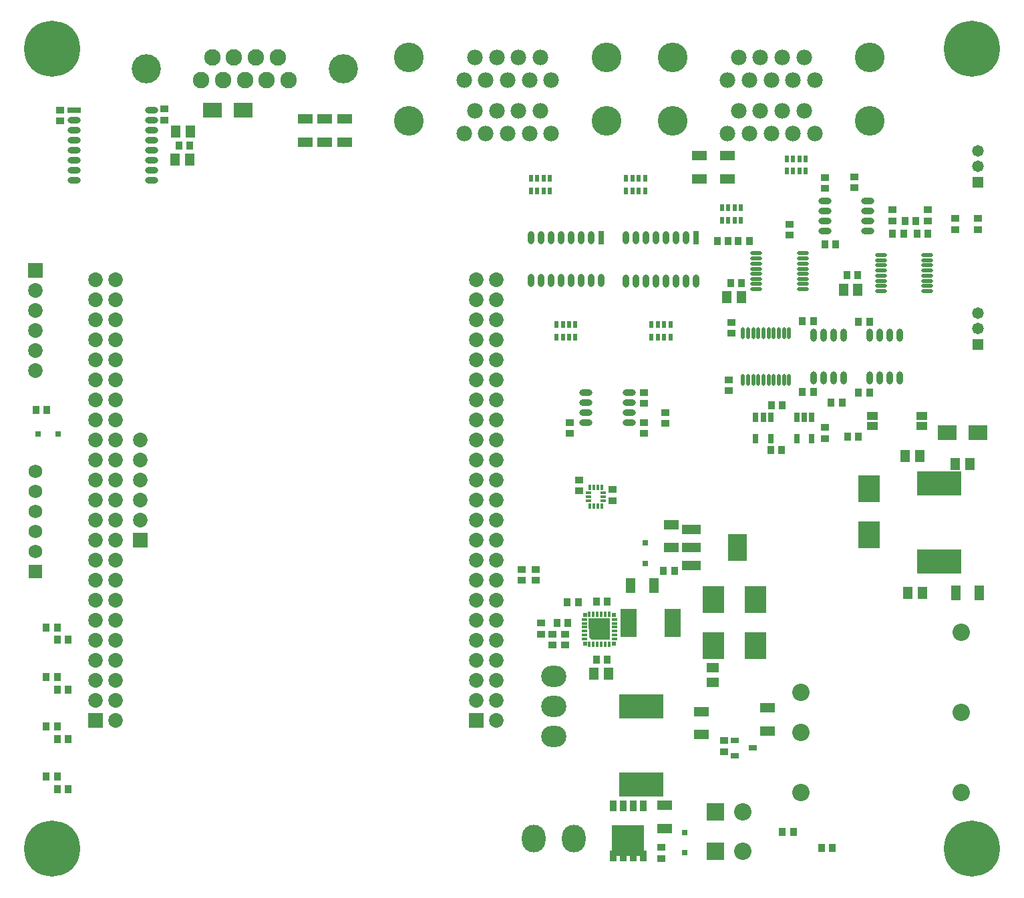
<source format=gbr>
%FSTAX23Y23*%
%MOIN*%
%SFA1B1*%

%IPPOS*%
%ADD15R,0.035433X0.035433*%
%ADD72C,0.058000*%
%ADD73R,0.058000X0.058000*%
%ADD74C,0.148000*%
%ADD75C,0.078000*%
%ADD76C,0.086740*%
%ADD77R,0.073000X0.073000*%
%ADD78C,0.073000*%
%ADD79O,0.118236X0.137921*%
%ADD80O,0.126110X0.106425*%
%ADD81C,0.068000*%
%ADD82R,0.068000X0.068000*%
%ADD83R,0.086740X0.086740*%
%ADD84C,0.082409*%
%ADD85C,0.145795*%
%ADD86C,0.279654*%
%ADD87C,0.032000*%
%ADD97R,0.029654X0.025716*%
%ADD98R,0.024606X0.032480*%
%ADD99R,0.055244X0.039496*%
%ADD100R,0.092646X0.045402*%
%ADD101R,0.092646X0.135953*%
%ADD102R,0.031496X0.013780*%
%ADD103R,0.013780X0.031496*%
%ADD104R,0.018701X0.018701*%
%ADD105R,0.052291X0.052291*%
%ADD106O,0.031622X0.065087*%
%ADD107O,0.031622X0.065087*%
%ADD108R,0.031622X0.065087*%
%ADD109R,0.065087X0.031622*%
%ADD110O,0.065087X0.031622*%
%ADD111O,0.065087X0.031622*%
%ADD112R,0.014961X0.026772*%
%ADD113R,0.026772X0.014961*%
%ADD114R,0.031622X0.047370*%
%ADD115O,0.059055X0.019685*%
%ADD116O,0.019685X0.059055*%
%ADD117R,0.035559X0.043433*%
%ADD118R,0.045402X0.059181*%
%ADD119R,0.043433X0.035559*%
%ADD120R,0.059181X0.045402*%
%ADD121R,0.043433X0.031622*%
%ADD122R,0.161937X0.155638*%
%ADD123R,0.032016X0.058000*%
%ADD124R,0.220598X0.122173*%
%ADD125R,0.080835X0.141858*%
%ADD126R,0.074929X0.049339*%
%ADD127R,0.092646X0.072961*%
%ADD128R,0.025716X0.029654*%
%ADD129R,0.106425X0.133000*%
%ADD130R,0.049339X0.074929*%
%LNhardwarecontrollerpcb_soldermask_top-1*%
%LPD*%
G36*
X02867Y01237D02*
X02867Y01237D01*
X02868Y01237*
X02868Y01236*
X02869Y01236*
X02869Y01236*
X02869Y01235*
X0287Y01235*
X0287Y01234*
X0287Y01234*
X0287Y01233*
X0287Y01233*
Y01189*
X0287Y01188*
X0287Y01188*
X0287Y01187*
X0287Y01187*
X02869Y01186*
X02869Y01186*
X02869Y01185*
X02868Y01185*
X02868Y01185*
X02867Y01185*
X02867Y01185*
X02866Y01185*
X02835*
X02834Y01185*
X02834Y01185*
X02833Y01185*
X02833Y01185*
X02832Y01185*
X02832Y01186*
X02819Y01199*
X02819Y01199*
X02819Y01199*
X02818Y012*
X02818Y012*
X02818Y01201*
X02818Y01201*
Y01233*
X02818Y01233*
X02818Y01234*
X02818Y01234*
X02819Y01235*
X02819Y01235*
X02819Y01236*
X0282Y01236*
X0282Y01236*
X0282Y01237*
X02821Y01237*
X02821Y01237*
X02822Y01237*
X02866*
X02867Y01237*
G37*
G54D15*
X02849Y01215D03*
G54D72*
X04761Y02816D03*
Y02738D03*
Y03625D03*
Y03547D03*
G54D73*
X04761Y02659D03*
Y03468D03*
G54D74*
X0422Y03775D03*
Y0409D03*
X03236Y03775D03*
Y0409D03*
X01921Y0409D03*
Y03775D03*
X02905Y0409D03*
Y03775D03*
G54D75*
X03892Y0409D03*
X03783D03*
X03674D03*
X03565D03*
X03946Y03978D03*
X03837D03*
X03728D03*
X03619D03*
X0351D03*
Y03712D03*
X03619D03*
X03728D03*
X03837D03*
X03946D03*
X03565Y03824D03*
X03674D03*
X03783D03*
X03892D03*
X02576Y03824D03*
X02467D03*
X02358D03*
X02249D03*
X02631Y03712D03*
X02522D03*
X02413D03*
X02304D03*
X02195D03*
Y03978D03*
X02304D03*
X02413D03*
X02522D03*
X02631D03*
X02249Y0409D03*
X02358D03*
X02467D03*
X02576D03*
G54D76*
X04675Y0042D03*
Y0082D03*
Y0122D03*
X03875Y0042D03*
Y0072D03*
Y0092D03*
X03586Y00127D03*
Y00324D03*
G54D77*
X02255Y00781D03*
X00355D03*
X0058Y01681D03*
X00057Y03028D03*
G54D78*
X02355Y00781D03*
X02255Y00881D03*
X02355D03*
X02255Y00981D03*
X02355D03*
X02255Y01081D03*
X02355D03*
X02255Y01181D03*
X02355D03*
X02255Y01281D03*
X02355D03*
X02255Y01381D03*
X02355D03*
X02255Y01481D03*
X02355D03*
X02255Y01581D03*
X02355D03*
X02255Y01681D03*
X02355D03*
X02255Y01781D03*
X02355D03*
X02255Y01881D03*
X02355D03*
X02255Y01981D03*
X02355D03*
X02255Y02081D03*
X02355D03*
X02255Y02181D03*
X02355D03*
X02255Y02281D03*
X02355D03*
X02255Y02381D03*
X02355D03*
X02255Y02481D03*
X02355D03*
X02255Y02581D03*
X02355D03*
X02255Y02681D03*
X02355D03*
X02255Y02781D03*
X02355D03*
X02255Y02881D03*
X02355D03*
X02255Y02981D03*
X02355D03*
X00455Y00781D03*
X00355Y00881D03*
X00455D03*
X00355Y00981D03*
X00455D03*
X00355Y01081D03*
X00455D03*
X00355Y01181D03*
X00455D03*
X00355Y01281D03*
X00455D03*
X00355Y01381D03*
X00455D03*
X00355Y01481D03*
X00455D03*
X00355Y01581D03*
X00455D03*
X00355Y01681D03*
X00455D03*
X00355Y01781D03*
X00455D03*
X00355Y01881D03*
X00455D03*
X00355Y01981D03*
X00455D03*
X00355Y02081D03*
X00455D03*
X00355Y02181D03*
X00455D03*
X00355Y02281D03*
X00455D03*
X00355Y02381D03*
X00455D03*
X00355Y02481D03*
X00455D03*
X00355Y02581D03*
X00455D03*
X00355Y02681D03*
X00455D03*
X00355Y02781D03*
X00455D03*
X00355Y02881D03*
X00455D03*
X00355Y02981D03*
X00455D03*
X0058Y01781D03*
Y01881D03*
Y01981D03*
Y02081D03*
Y02181D03*
X00057Y02528D03*
Y02628D03*
Y02728D03*
X00057Y02828D03*
X00057Y02928D03*
G54D79*
X02543Y00192D03*
X02744D03*
G54D80*
X02643Y007D03*
Y0085D03*
Y01D03*
G54D81*
X00057Y02023D03*
Y01923D03*
Y01823D03*
Y01623D03*
Y01723D03*
G54D82*
X00057Y01523D03*
G54D83*
X03449Y00127D03*
Y00324D03*
G54D84*
X00883Y03979D03*
X00993D03*
X01102D03*
X01211D03*
X0132D03*
X00938Y04091D03*
X01047D03*
X01156D03*
X01265D03*
G54D85*
X01594Y04035D03*
X00609D03*
G54D86*
X0473Y00141D03*
Y04133D03*
X00141D03*
Y00141D03*
G54D87*
X02854Y01201D03*
X02835Y0122D03*
X02854Y01272D03*
X02887Y01201D03*
X02906Y0122D03*
Y01254D03*
X02887Y01272D03*
X02835Y01254D03*
G54D97*
X00171Y0221D03*
X00068D03*
G54D98*
X03003Y03425D03*
X03035D03*
X03066D03*
X03098D03*
X03003Y03488D03*
X03035D03*
X03066D03*
X03098D03*
X02529Y03425D03*
X02561D03*
X02592D03*
X02624D03*
X02529Y03488D03*
X02561D03*
X02592D03*
X02624D03*
X02657Y02694D03*
X02688D03*
X0272D03*
X02751D03*
X02657Y02757D03*
X02688D03*
X0272D03*
X02751D03*
X03131Y02694D03*
X03163D03*
X03194D03*
X03226D03*
X03131Y02757D03*
X03163D03*
X03194D03*
X03226D03*
X03576Y03342D03*
X03545D03*
X03513D03*
X03482D03*
X03576Y03279D03*
X03545D03*
X03513D03*
X03482D03*
X039Y03586D03*
X03869D03*
X03837D03*
X03806D03*
X039Y03523D03*
X03869D03*
X03837D03*
X03806D03*
G54D99*
X0448Y02251D03*
Y02301D03*
X04232Y02251D03*
Y02301D03*
G54D100*
X0333Y01734D03*
Y01643D03*
Y01553D03*
G54D101*
X03559Y01643D03*
G54D102*
X02795Y01188D03*
Y01207D03*
Y01227D03*
Y01247D03*
Y01266D03*
Y01286D03*
X02945D03*
Y01266D03*
Y01247D03*
Y01227D03*
Y01207D03*
Y01188D03*
G54D103*
X02821Y01312D03*
X02841D03*
X0286D03*
X0288D03*
X029D03*
X02919D03*
Y01162D03*
X029D03*
X0288D03*
X0286D03*
X02841D03*
X02821D03*
G54D104*
X02798Y01165D03*
Y01309D03*
X02942D03*
Y01165D03*
G54D105*
X02896Y01263D03*
X02844D03*
X02896Y01211D03*
G54D106*
X04218Y0249D03*
X04268D03*
X04318D03*
X04368D03*
X04218Y02704D03*
X04268D03*
X04318D03*
X04368D03*
X03938Y0249D03*
X03988D03*
X04038D03*
X04088D03*
X03938Y02705D03*
X03988D03*
X04038D03*
X04088D03*
G54D107*
X03004Y02976D03*
X03054D03*
X03104D03*
X03154D03*
X03204D03*
X03254D03*
X03304D03*
X03354D03*
X03004Y0319D03*
X03054D03*
X03104D03*
X03154D03*
X03204D03*
X03254D03*
X03304D03*
X02529Y02977D03*
X02579D03*
X02629D03*
X02679D03*
X02729D03*
X02779D03*
X02829D03*
X02879D03*
X02529Y03191D03*
X02579D03*
X02629D03*
X02679D03*
X02729D03*
X02779D03*
X02829D03*
G54D108*
X03354Y0319D03*
X02879Y03191D03*
G54D109*
X0025Y03827D03*
G54D110*
X0025Y03777D03*
Y03727D03*
Y03677D03*
Y03627D03*
Y03577D03*
Y03527D03*
Y03477D03*
X00636Y03827D03*
Y03777D03*
Y03727D03*
Y03677D03*
Y03627D03*
Y03577D03*
Y03527D03*
Y03477D03*
G54D111*
X02804Y02419D03*
Y02369D03*
Y02319D03*
Y02269D03*
X03018Y02419D03*
Y02369D03*
Y02319D03*
Y02269D03*
X04211Y03225D03*
Y03275D03*
Y03325D03*
Y03375D03*
X03996Y03225D03*
Y03275D03*
Y03325D03*
Y03375D03*
G54D112*
X02823Y01851D03*
X02842D03*
X02862D03*
X02882D03*
Y01944D03*
X02862D03*
X02842D03*
X02823D03*
G54D113*
X02888Y01877D03*
Y01897D03*
Y01917D03*
X02817D03*
Y01897D03*
Y01877D03*
G54D114*
X0393Y02294D03*
X03893D03*
X03856D03*
Y02188D03*
X0393D03*
X03726Y02294D03*
X03688D03*
X03651D03*
Y02188D03*
X03726D03*
G54D115*
X04507Y02925D03*
Y02951D03*
Y02976D03*
Y03002D03*
Y03028D03*
Y03053D03*
Y03079D03*
Y03104D03*
X04275Y02925D03*
Y02951D03*
Y02976D03*
Y03002D03*
Y03028D03*
Y03053D03*
Y03079D03*
Y03104D03*
X03885Y02934D03*
Y0296D03*
Y02985D03*
Y03011D03*
Y03036D03*
Y03062D03*
Y03088D03*
Y03113D03*
X03653Y02934D03*
Y0296D03*
Y02985D03*
Y03011D03*
Y03036D03*
Y03062D03*
Y03088D03*
Y03113D03*
G54D116*
X03587Y02481D03*
X03612D03*
X03638D03*
X03664D03*
X03689D03*
X03715D03*
X0374D03*
X03766D03*
X03792D03*
X03817D03*
X03587Y02714D03*
X03612D03*
X03638D03*
X03664D03*
X03689D03*
X03715D03*
X0374D03*
X03766D03*
X03792D03*
X03817D03*
G54D117*
X00165Y00437D03*
X0022D03*
X00165Y00687D03*
X0022D03*
X00165Y00935D03*
X0022D03*
X00165Y01183D03*
X0022D03*
X00059Y0233D03*
X00114D03*
X04108Y02198D03*
X04163D03*
X03838Y00226D03*
X03783D03*
X02765Y01372D03*
X0271D03*
X04027Y02369D03*
X04082D03*
X03728Y02355D03*
X03783D03*
X00165Y005D03*
X0011D03*
X00165Y0075D03*
X0011D03*
X00165Y00998D03*
X0011D03*
X00165Y01246D03*
X0011D03*
X04033Y00145D03*
X03978D03*
X03246Y01529D03*
X0319D03*
X02714Y01269D03*
X02659D03*
X02911Y01374D03*
X02856D03*
X02911Y01084D03*
X02856D03*
X04163Y02419D03*
X04218D03*
X04163Y02771D03*
X04218D03*
X00772Y03652D03*
X00827D03*
X04511Y03212D03*
X04456D03*
X04395Y03275D03*
X0445D03*
X04389Y03212D03*
X04334D03*
X0405Y03158D03*
X03995D03*
X04161Y03003D03*
X04106D03*
X03883Y0242D03*
X03938D03*
X03883Y02773D03*
X03938D03*
X0378Y0213D03*
X03725D03*
X03564Y03173D03*
X0362D03*
X03513D03*
X03458D03*
X0358Y02965D03*
X03525D03*
G54D118*
X04397Y021D03*
X0447D03*
X00754Y03581D03*
X00827D03*
X00828Y03722D03*
X00755D03*
X0472Y02062D03*
X04647D03*
X04409Y01417D03*
X04482D03*
X02842Y01013D03*
X02915D03*
X04161Y02932D03*
X04088D03*
X0358Y02896D03*
X03507D03*
G54D119*
X03492Y00625D03*
Y00681D03*
X02578Y01212D03*
Y01267D03*
X027Y01157D03*
Y01212D03*
X03181Y00092D03*
Y00147D03*
X04647Y03232D03*
Y03287D03*
X04761Y03232D03*
Y03287D03*
X03092Y02214D03*
Y02269D03*
X03198Y02263D03*
Y02318D03*
X02724Y02214D03*
Y02269D03*
X02771Y01982D03*
Y01927D03*
X02482Y0148D03*
Y01535D03*
X02553Y0148D03*
Y01535D03*
X04511Y03275D03*
Y0333D03*
X04334Y03275D03*
Y0333D03*
X02637Y01157D03*
Y01212D03*
X00698Y03834D03*
Y03779D03*
X00178Y03774D03*
Y03829D03*
X03092Y02364D03*
Y02419D03*
X02935Y01933D03*
Y01877D03*
X03996Y03437D03*
Y03492D03*
X04143Y0344D03*
Y03496D03*
X03995Y02243D03*
Y02188D03*
X03818Y03204D03*
Y03259D03*
X03529Y02714D03*
Y02769D03*
X03515Y02427D03*
Y02482D03*
G54D120*
X03435Y01044D03*
Y00971D03*
G54D121*
X03547Y00681D03*
Y00606D03*
X03637Y00643D03*
G54D122*
X03013Y00181D03*
G54D123*
X03088Y00354D03*
X03038D03*
X02988D03*
X02938D03*
Y00105D03*
X02988D03*
X03038D03*
X03088D03*
G54D124*
X04566Y01966D03*
Y01576D03*
X0308Y0085D03*
Y0046D03*
G54D125*
X03017Y01269D03*
X03236D03*
G54D126*
X016Y03783D03*
Y03667D03*
X01501Y03783D03*
Y03667D03*
X01403Y03783D03*
Y03667D03*
X0351Y036D03*
Y03484D03*
X03368Y036D03*
Y03484D03*
X0323Y01643D03*
Y01759D03*
X0371Y00845D03*
Y00729D03*
X03379Y00826D03*
Y0071D03*
X03196Y00358D03*
Y00242D03*
G54D127*
X04759Y02218D03*
X04606D03*
X01093Y03827D03*
X00939D03*
G54D128*
X031Y01564D03*
Y01667D03*
X03297Y00222D03*
Y0012D03*
G54D129*
X04216Y01708D03*
Y01938D03*
X03649Y01385D03*
Y01155D03*
X03438Y01385D03*
Y01155D03*
G54D130*
X04649Y01417D03*
X04765D03*
X03142Y01454D03*
X03026D03*
M02*
</source>
